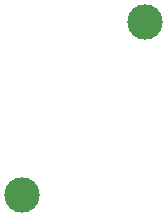
<source format=gbr>
%TF.GenerationSoftware,KiCad,Pcbnew,(6.0.6)*%
%TF.CreationDate,2022-08-27T18:47:08+08:00*%
%TF.ProjectId,Stealthburner_Toolhead_PCB,53746561-6c74-4686-9275-726e65725f54,rev?*%
%TF.SameCoordinates,Original*%
%TF.FileFunction,NonPlated,1,4,NPTH,Drill*%
%TF.FilePolarity,Positive*%
%FSLAX46Y46*%
G04 Gerber Fmt 4.6, Leading zero omitted, Abs format (unit mm)*
G04 Created by KiCad (PCBNEW (6.0.6)) date 2022-08-27 18:47:08*
%MOMM*%
%LPD*%
G01*
G04 APERTURE LIST*
%TA.AperFunction,ComponentDrill*%
%ADD10C,3.000000*%
%TD*%
G04 APERTURE END LIST*
D10*
%TO.C,J9*%
X133451600Y-118561600D03*
%TO.C,J1*%
X143860000Y-103936800D03*
M02*

</source>
